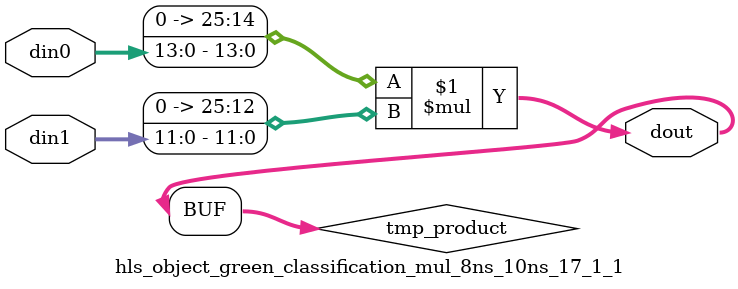
<source format=v>

`timescale 1 ns / 1 ps

  module hls_object_green_classification_mul_8ns_10ns_17_1_1(din0, din1, dout);
parameter ID = 1;
parameter NUM_STAGE = 0;
parameter din0_WIDTH = 14;
parameter din1_WIDTH = 12;
parameter dout_WIDTH = 26;

input [din0_WIDTH - 1 : 0] din0; 
input [din1_WIDTH - 1 : 0] din1; 
output [dout_WIDTH - 1 : 0] dout;

wire signed [dout_WIDTH - 1 : 0] tmp_product;










assign tmp_product = $signed({1'b0, din0}) * $signed({1'b0, din1});











assign dout = tmp_product;







endmodule

</source>
